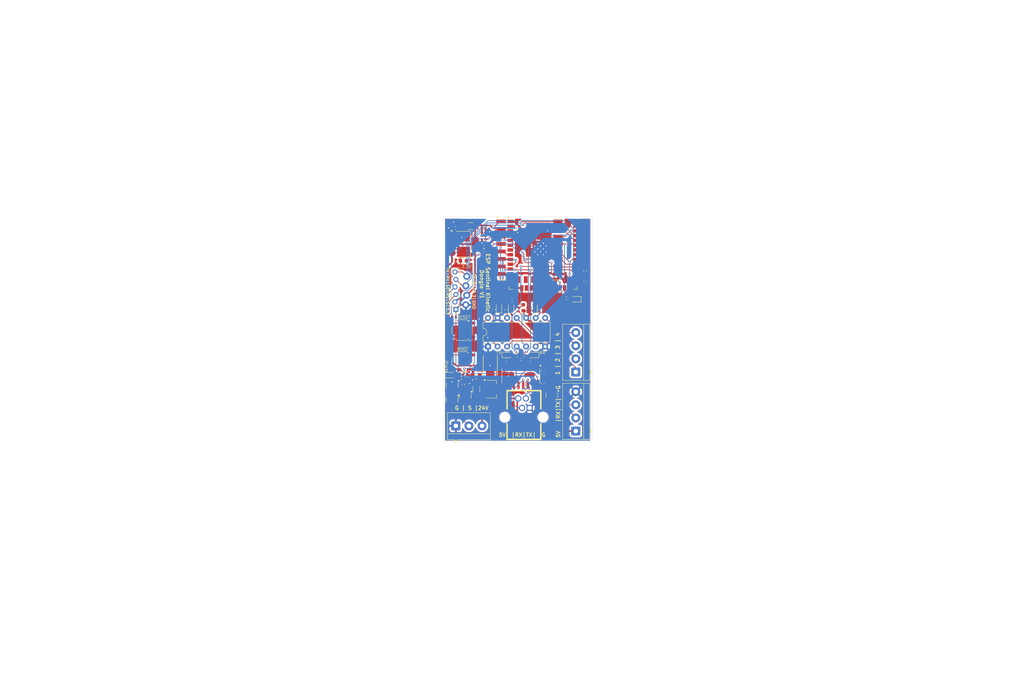
<source format=kicad_pcb>
(kicad_pcb (version 20241229) (generator "pcbnew") (generator_version "9.0")
  (layers (0 "F.Cu" signal) (2 "B.Cu" signal) (13 "F.Paste" user) (15 "B.Paste" user) (5 "F.SilkS" user "F.Silkscreen") (7 "B.SilkS" user "B.Silkscreen") (1 "F.Mask" user) (3 "B.Mask" user) (25 "Edge.Cuts" user))
  (net 0 "")
  (net 1 "GND")
  (net 2 "+5V")
  (net 3 "+3.3V")
  (net 4 "/RST")
  (net 5 "Net-(U3-C1+)")
  (net 6 "Net-(U3-C1-)")
  (net 7 "Net-(U3-C2-)")
  (net 8 "Net-(U3-C2+)")
  (net 9 "Net-(U3-VS-)")
  (net 10 "Net-(U3-VS+)")
  (net 11 "Net-(D3-A)")
  (net 12 "Net-(D7-A)")
  (net 13 "Net-(D8-A)")
  (net 14 "Net-(D4-A)")
  (net 15 "Net-(D5-A)")
  (net 16 "Net-(D6-A)")
  (net 17 "/SH_1")
  (net 18 "/SH_2")
  (net 19 "/ALT_TX")
  (net 20 "/RX")
  (net 21 "/TX")
  (net 22 "/RS232_TX")
  (net 23 "/RS232_RX")
  (net 24 "/GPIO0")
  (net 25 "/SL_1")
  (net 26 "/ALT_RX")
  (net 27 "Net-(D9-A)")
  (net 28 "Net-(D10-A)")
  (net 32 "/LED")
  (net 40 "VCC")
  (net 41 "+10V")
  (net 42 "/10V_PWM")
  (net 43 "Net-(J6-Pin_1)")
  (net 44 "Net-(J6-Pin_2)")
  (net 45 "Net-(Q1-C)")
  (net 46 "/PWM")
  (net 47 "Net-(D11-A)")
  (net 48 "Net-(J6-Pin_3)")
  (net 53 "Net-(J6-Pin_4)")
  (net 54 "/OUT1")
  (net 55 "/OUT2")
  (net 56 "/OUT3")
  (net 57 "/OUT4")
  (net 71 "Net-(Q1-B)")
  (footprint "Capacitor_SMD:C_0402_1005Metric" (layer "F.Cu") (at 153.4 107.9 180)
    (property "Reference" "C8" (hide yes))
    (property "Value" "100n")
  )
  (footprint "Package_TO_SOT_SMD:SOT-23" (layer "F.Cu") (at 132.45 118.6 -90)
    (property "Reference" "Q3" (hide yes))
    (property "Value" "AO3400A")
  )
  (footprint "TerminalBlock_4Ucon:TerminalBlock_4Ucon_1x04_P3.50mm_Horizontal" (layer "F.Cu") (at 165.5 126.9 90)
    (property "Reference" "J2" (hide yes))
    (property "Value" "Screw_Terminal_01x04")
  )
  (footprint "Package_TO_SOT_SMD:SOT-23" (layer "F.Cu") (at 132.55 114.6875 -90)
    (property "Reference" "Q1" (hide yes))
    (property "Value" "SS8050")
  )
  (footprint "lib:PinHeader_1x06_P2.00mm_Vertical_locking" (layer "F.Cu") (at 133.4 94.4673 180)
    (property "Reference" "J3" (hide yes))
    (property "Value" "Conn_01x06_Pin")
  )
  (footprint "Package_TO_SOT_SMD:SOT-223-3_TabPin2" (layer "F.Cu") (at 135.5 77.05)
    (property "Reference" "U1" (hide yes))
    (property "Value" "AMS1117-3.3")
  )
  (footprint "Capacitor_SMD:C_0402_1005Metric" (layer "F.Cu") (at 150.9 107.8 180)
    (property "Reference" "C9" (hide yes))
    (property "Value" "100n")
  )
  (footprint "LED_SMD:LED_0603_1608Metric" (layer "F.Cu") (at 145 93.9375 90)
    (property "Reference" "D11" (hide yes))
    (property "Value" "LED")
  )
  (footprint "LED_SMD:LED_0603_1608Metric" (layer "F.Cu") (at 132.1125 112)
    (property "Reference" "D7" (hide yes))
    (property "Value" "LED")
  )
  (footprint "Capacitor_SMD:C_0805_2012Metric" (layer "F.Cu") (at 138.95 112.25 180)
    (property "Reference" "C14" (hide yes))
    (property "Value" "22uF")
  )
  (footprint "Package_DIP:DIP-14_W7.62mm" (layer "F.Cu") (at 142.1 104.35 90)
    (property "Reference" "U6" (hide yes))
    (property "Value" "74AHCT125")
  )
  (footprint "Capacitor_SMD:C_0402_1005Metric" (layer "F.Cu") (at 136.5 112.5 90)
    (property "Reference" "C15" (hide yes))
    (property "Value" "100n" (hide yes))
  )
  (footprint "Resistor_SMD:R_0402_1005Metric" (layer "F.Cu") (at 162.99 91.5 180)
    (property "Reference" "R8" (hide yes))
    (property "Value" "1K")
  )
  (footprint "Capacitor_SMD:C_0402_1005Metric" (layer "F.Cu") (at 140.95 75.8 180)
    (property "Reference" "C5" (hide yes))
    (property "Value" "100n")
  )
  (footprint "Resistor_SMD:R_0402_1005Metric" (layer "F.Cu") (at 168 84.24 90)
    (property "Reference" "R5" (hide yes))
    (property "Value" "10K")
  )
  (footprint "lib:ESP32-WROOM-32" (layer "F.Cu") (at 156.785 79.24)
    (property "Reference" "U4" (hide yes))
    (property "Value" "ESP32-WROOM-32")
  )
  (footprint "Capacitor_SMD:C_0402_1005Metric" (layer "F.Cu") (at 133.43 72.7 180)
    (property "Reference" "C2" (hide yes))
    (property "Value" "1u")
  )
  (footprint "Resistor_SMD:R_0402_1005Metric" (layer "F.Cu") (at 143.75 94.5 -90)
    (property "Reference" "R18" (hide yes))
    (property "Value" "1K")
  )
  (footprint "LED_SMD:LED_0603_1608Metric" (layer "F.Cu") (at 148.25 94 90)
    (property "Reference" "D10" (hide yes))
    (property "Value" "LED")
  )
  (footprint "LED_SMD:LED_0603_1608Metric" (layer "F.Cu") (at 135.5375 81.5)
    (property "Reference" "D3" (hide yes))
    (property "Value" "LED")
  )
  (footprint "Capacitor_SMD:C_0402_1005Metric" (layer "F.Cu") (at 156.7 110.9 90)
    (property "Reference" "C11" (hide yes))
    (property "Value" "100n")
  )
  (footprint "Capacitor_SMD:C_1206_3216Metric" (layer "F.Cu") (at 137.475 72.25 180)
    (property "Reference" "C12" (hide yes))
    (property "Value" "100uF")
  )
  (footprint "Package_TO_SOT_SMD:SOT-89-3" (layer "F.Cu") (at 143 115.75)
    (property "Reference" "U5" (hide yes))
    (property "Value" "L78L10_SOT89")
  )
  (footprint "Capacitor_SMD:C_0402_1005Metric" (layer "F.Cu") (at 156.7 114.2 90)
    (property "Reference" "C7" (hide yes))
    (property "Value" "100n")
  )
  (footprint "Resistor_SMD:R_0402_1005Metric" (layer "F.Cu") (at 133.01 96.5 180)
    (property "Reference" "R3" (hide yes))
    (property "Value" "10K")
  )
  (footprint "LED_SMD:LED_0603_1608Metric" (layer "F.Cu") (at 154.5 93.9625 90)
    (property "Reference" "D8" (hide yes))
    (property "Value" "LED")
  )
  (footprint "Resistor_SMD:R_0402_1005Metric" (layer "F.Cu") (at 138.01 81.25)
    (property "Reference" "R7" (hide yes))
    (property "Value" "1K")
  )
  (footprint "Resistor_SMD:R_0402_1005Metric" (layer "F.Cu") (at 147 94.55 -90)
    (property "Reference" "R17" (hide yes))
    (property "Value" "1K")
  )
  (footprint "Resistor_SMD:R_0402_1005Metric" (layer "F.Cu") (at 150.25 94.5 -90)
    (property "Reference" "R13" (hide yes))
    (property "Value" "1K")
  )
  (footprint "Resistor_SMD:R_0402_1005Metric" (layer "F.Cu") (at 155.75 94.51 -90)
    (property "Reference" "R12" (hide yes))
    (property "Value" "1K")
  )
  (footprint "lib:RJ9-TH-623K-4P4CGRAYBOUNDLESS" (layer "F.Cu") (at 151.67 119.47)
    (property "Reference" "J4" (hide yes))
    (property "Value" "RJ9")
  )
  (footprint "Resistor_SMD:R_0402_1005Metric" (layer "F.Cu") (at 135 111.75)
    (property "Reference" "R11" (hide yes))
    (property "Value" "1K")
  )
  (footprint "Resistor_SMD:R_0402_1005Metric" (layer "F.Cu") (at 135 112.75)
    (property "Reference" "R14" (hide yes))
    (property "Value" "1K")
  )
  (footprint "Resistor_SMD:R_0402_1005Metric" (layer "F.Cu") (at 141.01 78.75)
    (property "Reference" "R1" (hide yes))
    (property "Value" "10K")
  )
  (footprint "Resistor_SMD:R_0402_1005Metric" (layer "F.Cu") (at 148.5 92 180)
    (property "Reference" "R6" (hide yes))
    (property "Value" "10K")
  )
  (footprint "Button_Switch_SMD:SW_Push_1P1T_XKB_TS-1187A" (layer "F.Cu") (at 135.2 108.475)
    (property "Reference" "SW2" (hide yes))
    (property "Value" "SW_Push")
  )
  (footprint "Capacitor_SMD:C_0402_1005Metric" (layer "F.Cu") (at 132.98 81.15)
    (property "Reference" "C1" (hide yes))
    (property "Value" "1u")
  )
  (footprint "Resistor_SMD:R_0402_1005Metric" (layer "F.Cu") (at 140.95 74.8)
    (property "Reference" "R4" (hide yes))
    (property "Value" "10K")
  )
  (footprint "lib:ESP-12E" (layer "F.Cu") (at 153.15 74.51)
    (property "Reference" "U2" (hide yes))
    (property "Value" "ESP-12E")
  )
  (footprint "LED_SMD:LED_0603_1608Metric" (layer "F.Cu") (at 165.4625 91.75 180)
    (property "Reference" "D4" (hide yes))
    (property "Value" "LED")
  )
  (footprint "LED_SMD:LED_0603_1608Metric" (layer "F.Cu") (at 147.3125 106.6)
    (property "Reference" "D6" (hide yes))
    (property "Value" "LED")
  )
  (footprint "Resistor_SMD:R_0402_1005Metric" (layer "F.Cu") (at 151.7 106.7 180)
    (property "Reference" "R9" (hide yes))
    (property "Value" "1K")
  )
  (footprint "Package_TO_SOT_SMD:SOT-23" (layer "F.Cu") (at 136 117.6 -90)
    (property "Reference" "Q2" (hide yes))
    (property "Value" "AO3401A")
  )
  (footprint "Capacitor_SMD:C_0402_1005Metric" (layer "F.Cu") (at 146.98 107.9 180)
    (property "Reference" "C10" (hide yes))
    (property "Value" "100n")
  )
  (footprint "SparkFun-Connector:1x04_Locking" (layer "F.Cu") (at 136.3 93.2473 90)
    (property "Reference" "J1" (hide yes))
    (property "Value" "Conn_01x04")
  )
  (footprint "Capacitor_SMD:C_0402_1005Metric" (layer "F.Cu") (at 140.95 72.8)
    (property "Reference" "C4" (hide yes))
    (property "Value" "10u")
  )
  (footprint "Resistor_SMD:R_0402_1005Metric" (layer "F.Cu") (at 141.01 77.75)
    (property "Reference" "R2" (hide yes))
    (property "Value" "10K")
  )
  (footprint "LED_SMD:LED_0603_1608Metric" (layer "F.Cu") (at 151.5 94 90)
    (property "Reference" "D9" (hide yes))
    (property "Value" "LED")
  )
  (footprint "SparkFun-Aesthetic:Creative_Commons_License" (layer "F.Cu") (at 230.2 179.1)
    (property "Reference" "G1" (hide yes))
    (property "Value" "OSHW_Logo" (hide yes))
  )
  (footprint "Capacitor_SMD:C_1206_3216Metric" (layer "F.Cu") (at 139 115.725 90)
    (property "Reference" "C13" (hide yes))
    (property "Value" "10u")
  )
  (footprint "lib:SMB_L4.6-W3.6-LS5.3-BI" (layer "F.Cu") (at 142.7 109.34 -90)
    (property "Reference" "D2" (hide yes))
    (property "Value" "P6SMB6.8CA-C78395")
  )
  (footprint "Button_Switch_SMD:SW_Push_1P1T_XKB_TS-1187A" (layer "F.Cu") (at 135.2 100)
    (property "Reference" "SW4" (hide yes))
    (property "Value" "SW_Push")
  )
  (footprint "Resistor_SMD:R_0402_1005Metric" (layer "F.Cu") (at 149.8 106.7)
    (property "Reference" "R10" (hide yes))
    (property "Value" "1K")
  )
  (footprint "Capacitor_SMD:C_0402_1005Metric" (layer "F.Cu") (at 168 86.98 90)
    (property "Reference" "C6" (hide yes))
    (property "Value" "100n")
  )
  (footprint "Capacitor_SMD:C_0402_1005Metric" (layer "F.Cu") (at 140.95 73.8)
    (property "Reference" "C3" (hide yes))
    (property "Value" "100n")
  )
  (footprint "LED_SMD:LED_0603_1608Metric" (layer "F.Cu") (at 154.1875 106.6 180)
    (property "Reference" "D5" (hide yes))
    (property "Value" "LED")
  )
  (footprint "Package_TO_SOT_SMD:SOT-23" (layer "F.Cu") (at 159.1 117.3625 -90)
    (property "Reference" "D1" (hide yes))
    (property "Value" "PSM712-LF-T7")
  )
  (footprint "TerminalBlock_4Ucon:TerminalBlock_4Ucon_1x03_P3.50mm_Horizontal" (layer "F.Cu") (at 133.5 125.5175)
    (property "Reference" "J5" (hide yes))
    (property "Value" "Screw_Terminal_01x03")
  )
  (footprint "Resistor_SMD:R_0402_1005Metric" (layer "F.Cu") (at 135.5 114.5 -90)
    (property "Reference" "R16" (hide yes))
    (property "Value" "1K")
  )
  (footprint "Package_SO:SOP-16_3.9x9.9mm_P1.27mm" (layer "F.Cu") (at 150.855 112.2 -90)
    (property "Reference" "U3" (hide yes))
    (property "Value" "MAX3232")
  )
  (footprint "TerminalBlock_4Ucon:TerminalBlock_4Ucon_1x04_P3.50mm_Horizontal" (layer "F.Cu") (at 165.5 111.15 90)
    (property "Reference" "J6" (hide yes))
    (property "Value" "Screw_Terminal_01x04")
  )
  (gr_rect (start 130.15 69.8) (end 169.85 129.95) (stroke (width 0.05)) (fill no) (layer "Edge.Cuts"))
  (gr_text "G | S |24V" (at 137.75 120.75 0) (layer "F.SilkS") (effects (font (size 1 1) (thickness 0.2) (bold yes))))
  (gr_text "TX|RX|G0|RS|G|3.3" (at 130.873 83.1673 270) (layer "F.SilkS") (effects (font (size 0.8 0.8) (thickness 0.15) (bold yes)) (justify left bottom)))
  (gr_text "1 | 2 | 3 | 4" (at 161.25 106.25 90) (layer "F.SilkS") (effects (font (size 1 1) (thickness 0.2) (bold yes)) (justify bottom)))
  (gr_text "TX" (at 144.25 106.5 0) (layer "F.SilkS") (effects (font (size 0.8 0.8) (thickness 0.1)) (justify left bottom)))
  (gr_text "TX|RX|3.3|GND" (at 137.873 84.7673 270) (layer "F.SilkS") (effects (font (size 0.8 0.8) (thickness 0.15) (bold yes)) (justify left bottom)))
  (gr_text "5V   |RX|TX|   G" (at 161.4 121.7 90) (layer "F.SilkS") (effects (font (size 1 1) (thickness 0.2) (bold yes)) (justify bottom)))
  (gr_text "ESP Sentinel Kinetic \nDongle V1" (at 141.25 87.75 270) (layer "F.SilkS") (effects (font (size 1 1) (thickness 0.2) (bold yes))))
  (gr_text "RESET" (at 133.75 97 0) (layer "F.SilkS") (effects (font (size 0.8 0.8) (thickness 0.1)) (justify left bottom)))
  (gr_text "PWM" (at 130.25 108 270) (layer "F.SilkS") (effects (font (size 1 1) (thickness 0.1)) (justify left bottom)))
  (gr_text "3.3V" (at 135 83.5 0) (layer "F.SilkS") (effects (font (size 0.8 0.8) (thickness 0.1)) (justify left bottom)))
  (gr_text "RX" (at 155.75 106.5 0) (layer "F.SilkS") (effects (font (size 0.8 0.8) (thickness 0.1)) (justify left bottom)))
  (gr_text "5V  |RX|TX|  G" (at 151.2 128.5 0) (layer "F.SilkS") (effects (font (size 1 1) (thickness 0.2) (bold yes)) (justify bottom)))
  (gr_text "BOOT" (at 133.75 105.5 0) (layer "F.SilkS") (effects (font (size 0.8 0.8) (thickness 0.1)) (justify left bottom)))
  (segment (start 151.5 94.7875) (end 151.5 95.429429) (width 0.2) (layer "F.Cu") (net 1))
  (segment (start 131.325 111.225) (end 132.2 110.35) (width 0.2) (layer "F.Cu") (net 1))
  (segment (start 148 98.5) (end 146.41 98.5) (width 0.2) (layer "F.Cu") (net 1))
  (segment (start 131.325 112) (end 131.325 113.475) (width 0.2) (layer "F.Cu") (net 1))
  (segment (start 131.325 112) (end 131.325 111.225) (width 0.2) (layer "F.Cu") (net 1))
  (segment (start 146.41 98.5) (end 144.64 96.73) (width 0.2) (layer "F.Cu") (net 1))
  (segment (start 151.800182 96.227497) (end 151.77884 96.24884) (width 0.2) (layer "F.Cu") (net 1))
  (segment (start 148.5 98) (end 148 98.5) (width 0.2) (layer "F.Cu") (net 1))
  (segment (start 134.4 81.15) (end 134.75 81.5) (width 0.2) (layer "F.Cu") (net 1))
  (segment (start 145.25 94.725) (end 145.25 96.12) (width 0.2) (layer "F.Cu") (net 1))
  (segment (start 151.77884 96.24884) (end 152.26 96.73) (width 0.2) (layer "F.Cu") (net 1))
  (segment (start 133.46 81.15) (end 134.4 81.15) (width 0.2) (layer "F.Cu") (net 1))
  (segment (start 148.1 94.8) (end 148.5 95.2) (width 0.2) (layer "F.Cu") (net 1))
  (segment (start 131.325 113.475) (end 131.6 113.75) (width 0.2) (layer "F.Cu") (net 1))
  (segment (start 145.25 96.12) (end 144.64 96.73) (width 0.2) (layer "F.Cu") (net 1))
  (segment (start 151.5 95.429429) (end 151.800182 95.729611) (width 0.2) (layer "F.Cu") (net 1))
  (segment (start 148.5 95.2) (end 148.5 98) (width 0.2) (layer "F.Cu") (net 1))
  (segment (start 138 113.25) (end 139 114.25) (width 0.2) (layer "F.Cu") (net 1))
  (segment (start 151.800182 95.729611) (end 151.800182 96.227497) (width 0.2) (layer "F.Cu") (net 1))
  (via (at 138 113.25) (size 0.6) (drill 0.3) (layers "F.Cu" "B.Cu") (net 1))
  (via (at 158 73.5) (size 0.6) (drill 0.3) (layers "F.Cu" "B.Cu") (net 1))
  (via (at 142.5 73.75) (size 0.6) (drill 0.3) (layers "F.Cu" "B.Cu") (net 1))
  (via (at 133.75 78) (size 0.6) (drill 0.3) (layers "F.Cu" "B.Cu") (net 1))
  (via (at 142.6 109.4) (size 0.6) (drill 0.3) (layers "F.Cu" "B.Cu") (net 1))
  (via (at 137 97.5) (size 0.6) (drill 0.3) (layers "F.Cu" "B.Cu") (net 1))
  (via (at 154 112.8) (size 0.6) (drill 0.3) (layers "F.Cu" "B.Cu") (net 1))
  (via (at 137.2 114.2) (size 0.6) (drill 0.3) (layers "F.Cu" "B.Cu") (net 1))
  (via (at 132.9 71.2) (size 0.6) (drill 0.3) (layers "F.Cu" "B.Cu") (net 1))
  (via (at 140.5 76.75) (size 0.6) (drill 0.3) (layers "F.Cu" "B.Cu") (net 1))
  (via (at 135.1 75.25) (size 0.6) (drill 0.3) (layers "F.Cu" "B.Cu") (net 1))
  (via (at 139.75 97) (size 0.6) (drill 0.3) (layers "F.Cu" "B.Cu") (net 1))
  (via (at 137.25 102.75) (size 0.6) (drill 0.3) (layers "F.Cu" "B.Cu") (net 1))
  (via (at 133.75 110.75) (size 0.6) (drill 0.3) (layers "F.Cu" "B.Cu") (net 1))
  (via (at 131.65 72.75) (size 0.6) (drill 0.3) (layers "F.Cu" "B.Cu") (net 1))
  (via (at 147.6 112.2) (size 0.6) (drill 0.3) (layers "F.Cu" "B.Cu") (net 1))
  (via (at 150 74) (size 0.6) (drill 0.3) (layers "F.Cu" "B.Cu") (net 1))
  (via (at 142 102) (size 0.6) (drill 0.3) (layers "F.Cu" "B.Cu") (net 1))
  (via (at 132.5 113.75) (size 0.6) (drill 0.3) (layers "F.Cu" "B.Cu") (net 1))
  (segment (start 140.219 109.449) (end 142.7 111.93) (width 0.4) (layer "F.Cu") (net 2))
  (segment (start 132.35 79.35) (end 132.35 80.33) (width 0.4) (layer "F.Cu") (net 2))
  (segment (start 133.599 109.449) (end 139.001 109.449) (width 0.4) (layer "F.Cu") (net 2))
  (segment (start 145.709 115.782388) (end 148.126612 118.2) (width 0.4) (layer "F.Cu") (net 2))
  (segment (start 149.909 122.659) (end 154.15 126.9) (width 0.4) (layer "F.Cu") (net 2))
  (segment (start 132.5 80.48) (end 132.5 81.82) (width 0.4) (layer "F.Cu") (net 2))
  (segment (start 142.7 111.93) (end 145.709 114.939) (width 0.4) (layer "F.Cu") (net 2))
  (segment (start 142.7 112.2) (end 142.7 112.58) (width 0.4) (layer "F.Cu") (net 2))
  (segment (start 145.709 114.939) (end 145.709 115.782388) (width 0.4) (layer "F.Cu") (net 2))
  (segment (start 154.15 126.9) (end 165.5 126.9) (width 0.4) (layer "F.Cu") (net 2))
  (segment (start 139.001 109.449) (end 140.219 109.449) (width 0.4) (layer "F.Cu") (net 2))
  (segment (start 150.14 118.2) (end 149.909 118.431) (width 0.4) (layer "F.Cu") (net 2))
  (segment (start 139.85 98.98) (end 139.85 109.349) (width 0.2) (layer "F.Cu") (net 2))
  (segment (start 132.5 81.82) (end 130.851 83.469) (width 0.4) (layer "F.Cu") (net 2))
  (segment (start 149.909 118.431) (end 149.909 122.659) (width 0.4) (layer "F.Cu") (net 2))
  (segment (start 142.1 96.73) (end 139.85 98.98) (width 0.2) (layer "F.Cu") (net 2))
  (segment (start 130.851 83.469) (end 130.851 106.701) (width 0.4) (layer "F.Cu") (net 2))
  (segment (start 130.851 106.701) (end 133.599 109.449) (width 0.4) (layer "F.Cu") (net 2))
  (segment (start 148.126612 118.2) (end 150.14 118.2) (width 0.4) (layer "F.Cu") (net 2))
  (segment (start 139.75 109.449) (end 139.001 109.449) (width 0.2) (layer "F.Cu") (net 2))
  (segment (start 132.35 80.33) (end 132.5 80.48) (width 0.4) (layer "F.Cu") (net 2))
  (segment (start 139.85 109.349) (end 139.75 109.449) (width 0.2) (layer "F.Cu") (net 2))
  (segment (start 139.15 72.05) (end 138.95 72.25) (width 0.4) (layer "F.Cu") (net 3))
  (segment (start 140.45 72.3) (end 140.44 72.31) (width 0.4) (layer "F.Cu") (net 3))
  (segment (start 135.39842 70.949) (end 136.60158 70.949) (width 0.4) (layer "F.Cu") (net 3))
  (segment (start 136.60258 70.95) (end 137.65 70.95) (width 0.4) (layer "F.Cu") (net 3))
  (segment (start 148.145 72.15) (end 148.035 72.26) (width 0.4) (layer "F.Cu") (net 3))
  (segment (start 133.91 72.7) (end 133.91 72.43742) (width 0.4) (layer "F.Cu") (net 3))
  (segment (start 140.45 72.05) (end 139.15 72.05) (width 0.4) (layer "F.Cu") (net 3))
  (segment (start 138.65 85) (end 138.65 88.4843) (width 0.4) (layer "F.Cu") (net 3))
  (segment (start 140.5 77.75) (end 139.35 77.75) (width 0.2) (layer "F.Cu") (net 3))
  (segment (start 156.7 114.68) (end 155.32 114.68) (width 0.2) (layer "F.Cu") (net 3))
  (segment (start 148.8 72.15) (end 148.145 72.15) (width 0.4) (layer "F.Cu") (net 3))
  (segment (start 138.65 77.05) (end 138.65 72.55) (width 0.4) (layer "F.Cu") (net 3))
  (segment (start 139.35 77.75) (end 138.65 77.05) (width 0.2) (layer "F.Cu") (net 3))
  (segment (start 138.65 88.4843) (end 136.427 90.7073) (width 0.4) (layer "F.Cu") (net 3))
  (segment (start 136.60158 70.949) (end 136.60258 70.95) (width 0.4) (layer "F.Cu") (net 3))
  (segment (start 143.313064 72.75) (end 142.613064 72.05) (width 0.4) (layer "F.Cu") (net 3))
  (segment (start 138.65 77.05) (end 138.65 85) (width 0.4) (layer "F.Cu") (net 3))
  (segment (start 138.65 72.55) (end 138.95 72.25) (width 0.4) (layer "F.Cu") (net 3))
  (segment (start 132.35 77.05) (end 138.65 77.05) (width 0.4) (layer "F.Cu") (net 3))
  (segment (start 143.399 72.75) (end 143.313064 72.75) (width 0.4) (layer "F.Cu") (net 3))
  (segment (start 133.52 94.4743) (end 133.527 94.4673) (width 0.2) (layer "F.Cu") (net 3))
  (segment (start 149.4 72.75) (end 148.8 72.15) (width 0.4) (layer "F.Cu") (net 3))
  (segment (start 138.66 85.01) (end 138.65 85) (width 0.4) (layer "F.Cu") (net 3))
  (segment (start 140.45 72.05) (end 140.45 72.3) (width 0.4) (layer "F.Cu") (net 3))
  (segment (start 155.32 114.68) (end 155.3 114.7) (width 0.2) (layer "F.Cu") (net 3))
  (segment (start 133.91 72.43742) (end 135.39842 70.949) (width 0.4) (layer "F.Cu") (net 3))
  (segment (start 155.3 112.55) (end 155.3 114.7) (width 0.2) (layer "F.Cu") (net 3))
  (segment (start 140.44 72.31) (end 140.44 74.8) (width 0.4) (layer "F.Cu") (net 3))
  (segment (start 142.613064 72.05) (end 140.45 72.05) (width 0.4) (layer "F.Cu") (net 3))
  (segment (start 140.5 78.75) (end 140.5 77.75) (width 0.2) (layer "F.Cu") (net 3))
  (segment (start 145.55 85.01) (end 138.66 85.01) (width 0.4) (layer "F.Cu") (net 3))
  (segment (start 133.52 96.5) (end 133.52 94.4743) (width 0.2) (layer "F.Cu") (net 3))
  (segment (start 137.65 70.95) (end 138.95 72.25) (width 0.4) (layer "F.Cu") (net 3))
  (segment (start 155.25 112.5) (end 155.3 112.55) (width 0.2) (layer "F.Cu") (net 3))
  (via (at 143.399 72.75) (size 0.6) (drill 0.3) (layers "F.Cu" "B.Cu") (net 3))
  (via (at 149.4 72.75) (size 0.6) (drill 0.3) (layers "F.Cu" "B.Cu") (net 3))
  (via (at 155.25 112.5) (size 0.6) (drill 0.3) (layers "F.Cu" "B.Cu") (net 3))
  (segment (start 133.527 94.4673) (end 133.527 109.277) (width 0.2) (layer "B.Cu") (net 3))
  (segment (start 143.399 72.75) (end 149.4 72.75) (width 0.4) (layer "B.Cu") (net 3))
  (segment (start 135.75 111.5) (end 154.25 111.5) (width 0.2) (layer "B.Cu") (net 3))
  (segment (start 154.25 111.5) (end 155.25 112.5) (width 0.2) (layer "B.Cu") (net 3))
  (segment (start 133.527 109.277) (end 135.75 111.5) (width 0.2) (layer "B.Cu") (net 3))
  (segment (start 136.427 90.7073) (end 134.8322 92.3021) (width 0.4) (layer "B.Cu") (net 3))
  (segment (start 134.8322 92.3021) (end 134.8322 93.1621) (width 0.4) (layer "B.Cu") (net 3))
  (segment (start 134.8322 93.1621) (end 133.527 94.4673) (width 0.4) (layer "B.Cu") (net 3))
  (segment (start 143.999 73.811) (end 147.754 73.811) (width 0.2) (layer "F.Cu") (net 4))
  (segment (start 132.2 98.125) (end 138.2 98.125) (width 0.2) (layer "F.Cu") (net 4))
  (segment (start 145.198 71.01) (end 143.999 72.209) (width 0.2) (layer "F.Cu") (net 4))
  (segment (start 141.43 74.83) (end 141.46 74.8) (width 0.2) (layer "F.Cu") (net 4))
  (segment (start 141.43 75.8) (end 142.01 75.8) (width 0.2) (layer "F.Cu") (net 4))
  (segment (start 133.527 90.4673) (end 131.753 92.2413) (width 0.2) (layer "F.Cu") (net 4))
  (segment (start 141.42 75.79) (end 141.43 75.8) (width 0.2) (layer "F.Cu") (net 4))
  (segment (start 142.01 75.8) (end 142.155 75.655) (width 0.2) (layer "F.Cu") (net 4))
  (segment (start 141.43 75.8) (end 141.43 74.83) (width 0.2) (layer "F.Cu") (net 4))
  (segment (start 131.753 97.678) (end 132.2 98.125) (width 0.2) (layer "F.Cu") (net 4))
  (segment (start 147.754 73.811) (end 148.035 73.53) (width 0.2) (layer "F.Cu") (net 4))
  (segment (start 143.999 72.209) (end 143.999 73.811) (width 0.2) (layer "F.Cu") (net 4))
  (segment (start 145.55 71.01) (end 145.198 71.01) (width 0.2) (layer "F.Cu") (net 4))
  (segment (start 142.155 75.655) (end 143.999 73.811) (width 0.2) (layer "F.Cu") (net 4))
  (segment (start 131.753 92.2413) (end 131.753 97.678) (width 0.2) (layer "F.Cu") (net 4))
  (via (at 142.155 75.655) (size 0.6) (drill 0.3) (layers "F.Cu" "B.Cu") (net 4))
  (segment (start 138.9342 75.65) (end 142.15 75.65) (width 0.2) (layer "B.Cu") (net 4))
  (segment (start 137.229 84.05) (end 137.229 77.3552) (width 0.2) (layer "B.Cu") (net 4))
  (segment (start 134.5862 89.4081) (end 136.686957 89.4081) (width 0.2) (layer "B.Cu") (net 4))
  (segment (start 138.0688 88.026257) (end 138.0688 84.8898) (width 0.2) (layer "B.Cu") (net 4))
  (segment (start 142.15 75.65) (end 142.155 75.655) (width 0.2) (layer "B.Cu") (net 4))
  (segment (start 136.686957 89.4081) (end 138.0688 88.026257) (width 0.2) (layer "B.Cu") (net 4))
  (segment (start 133.527 90.4673) (end 134.5862 89.4081) (width 0.2) (layer "B.Cu") (net 4))
  (segment (start 138.0688 84.8898) (end 137.229 84.05) (width 0.2) (layer "B.Cu") (net 4))
  (segment (start 137.229 77.3552) (end 138.9342 75.65) (width 0.2) (layer "B.Cu") (net 4))
  (segment (start 153.88 107.8) (end 155.3 109.22) (width 0.2) (layer "F.Cu") (net 5))
  (segment (start 155.3 109.22) (end 155.3 109.7) (width 0.2) (layer "F.Cu") (net 5))
  (segment (start 152.92 107.8) (end 152.92 109.54) (width 0.2) (layer "F.Cu") (net 6))
  (segment (start 152.92 109.54) (end 152.76 109.7) (width 0.2) (layer "F.Cu") (net 6))
  (segment (start 150.42 109.5) (end 150.22 109.7) (width 0.2) (layer "F.Cu") (net 7))
  (segment (start 150.42 107.8) (end 150.42 109.5) (width 0.2) (layer "F.Cu") (net 7))
  (segment (start 151.38 107.8) (end 151.38 109.59) (width 0.2) (layer "F.Cu") (net 8))
  (segment (start 151.38 109.59) (end 151.49 109.7) (width 0.2) (layer "F.Cu") (net 8))
  (segment (start 147.46 107.9) (end 148.18 107.9) (width 0.2) (layer "F.Cu") (net 9))
  (segment (start 148.95 108.67) (end 148.95 109.7) (width 0.2) (layer "F.Cu") (net 9))
  (segment (start 148.18 107.9) (end 148.95 108.67) (width 0.2) (layer "F.Cu") (net 9))
  (segment (start 155.338032 111.38) (end 154.03 110.071968) (width 0.2) (layer "F.Cu") (net 10))
  (segment (start 154.03 110.071968) (end 154.03 109.7) (width 0.2) (layer "F.Cu") (net 10))
  (segment (start 156.7 111.38) (end 155.338032 111.38) (width 0.2) (layer "F.Cu") (net 10))
  (segment (start 136.575 81.25) (end 136.325 81.5) (width 0.2) (layer "F.Cu") (net 11))
  (segment (start 137.5 81.25) (end 136.575 81.25) (width 0.2) (layer "F.Cu") (net 11))
  (segment (start 132.9 112) (end 134.24 112) (width 0.2) (layer "F.Cu") (net 12))
  (segment (start 134.24 112) (end 134.49 111.75) (width 0.2) (layer "F.Cu") (net 12))
  (segment (start 155.325 94) (end 154.5 93.175) (width 0.2) (layer "F.Cu") (net 13))
  (segment (start 155.75 94) (end 155.325 94) (width 0.2) (layer "F.Cu") (net 13))
  (segment (start 163.5 91.5) (end 164.425 91.5) (width 0.2) (layer "F.Cu") (net 14))
  (segment (start 164.425 91.5) (end 164.675 91.75) (width 0.2) (layer "F.Cu") (net 14))
  (segment (start 153.2 106.8) (end 153.4 106.6) (width 0.2) (layer "F.Cu") (net 15))
  (segment (start 152.21 106.8) (end 153.2 106.8) (width 0.2) (layer "F.Cu") (net 15))
  (segment (start 148.3 106.8) (end 148.1 106.6) (width 0.2) (layer "F.Cu") (net 16))
  (segment (start 149.29 106.8) (end 148.3 106.8) (width 0.2) (layer "F.Cu") (net 16))
  (segment (start 152.489 81.01) (end 160.75 81.01) (width 0.2) (layer "F.Cu") (net 17))
  (segment (start 143.75 77) (end 142 78.75) (width 0.2) (layer "F.Cu") (net 17))
  (segment (start 152.249 81.25) (end 152.489 81.01) (width 0.2) (layer "F.Cu") (net 17))
  (segment (start 142 78.75) (end 141.52 78.75) (width 0.2) (layer "F.Cu") (net 17))
  (segment (start 161.5 81.01) (end 162.91 82.42) (width 0.2) (layer "F.Cu") (net 17))
  (segment (start 160.75 81.01) (end 161.5 81.01) (width 0.2) (layer "F.Cu") (net 17))
  (segment (start 162.91 82.42) (end 165.535 82.42) (width 0.2) (layer "F.Cu") (net 17))
  (via (at 152.249 81.25) (size 0.6) (drill 0.3) (layers "F.Cu" "B.Cu") (net 17))
  (via (at 143.75 77) (size 0.6) (drill 0.3) (layers "F.Cu" "B.Cu") (net 17))
  (segment (start 147.999 77) (end 152.249 81.25) (width 0.2) (layer "B.Cu") (net 17))
  (segment (start 143.75 77) (end 147.999 77) (width 0.2) (layer "B.Cu") (net 17))
  (segment (start 144.74 75.01) (end 145.55 75.01) (width 0.2) (layer "F.Cu") (net 18))
  (segment (start 161.25 87.25) (end 161.25 88.735) (width 0.2) (layer "F.Cu") (net 18))
  (segment (start 145.55 75.01) (end 146.01 75.01) (width 0.2) (layer "F.Cu") (net 18))
  (segment (start 141.52 77.75) (end 142 77.75) (width 0.2) (layer "F.Cu") (net 18))
  (segment (start 151.648 81.498943) (end 152.149057 82) (width 0.2) (layer "F.Cu") (net 18))
  (segment (start 152.149057 82) (end 159 82) (width 0.2) (layer "F.Cu") (net 18))
  (segment (start 146.01 75.01) (end 146.5 75.5) (width 0.2) (layer "F.Cu") (net 18))
  (segment (start 146.5 75.5) (end 146.5 76) (width 0.2) (layer "F.Cu") (net 18))
  (segment (start 151.648 79.648) (end 151.648 81.498943) (width 0.2) (layer "F.Cu") (net 18))
  (segment (start 151.375 79.375) (end 151.648 79.648) (width 0.2) (layer "F.Cu") (net 18))
  (segment (start 142 77.75) (end 144.74 75.01) (width 0.2) (layer "F.Cu") (net 18))
  (segment (start 161.25 88.735) (end 161.235 88.75) (width 0.2) (layer "F.Cu") (net 18))
  (via (at 161.25 87.25) (size 0.6) (drill 0.3) (layers "F.Cu" "B.Cu") (net 18))
  (via (at 151.375 79.375) (size 0.6) (drill 0.3) (layers "F.Cu" "B.Cu") (net 18))
  (via (at 159 82) (size 0.6) (drill 0.3) (layers "F.Cu" "B.Cu") (net 18))
  (via (at 146.5 76) (size 0.6) (drill 0.3) (layers "F.Cu" "B.Cu") (net 18))
  (segment (start 148 76) (end 146.5 76) (width 0.2) (layer "B.Cu") (net 18))
  (segment (start 151.375 79.375) (end 148 76) (width 0.2) (layer "B.Cu") (net 18))
  (segment (start 159 85) (end 161.25 87.25) (width 0.2) (layer "B.Cu") (net 18))
  (segment (start 159 82) (end 159 85) (width 0.2) (layer "B.Cu") (net 18))
  (segment (start 149.619 107.491) (end 150.31 106.8) (width 0.2) (layer "F.Cu") (net 19))
  (segment (start 168 83.73) (end 165.575 83.73) (width 0.2) (layer "F.Cu") (net 19))
  (segment (start 164.55 83.15) (end 165.09 83.69) (width 0.2) (layer "F.Cu") (net 19))
  (segment (start 165.09 83.69) (end 165.535 83.69) (width 0.2) (layer "F.Cu") (net 19))
  (segment (start 149.465271 105.855271) (end 150.31 106.7) (width 0.2) (layer "F.Cu") (net 19))
  (segment (start 160.75 83.01) (end 160.89 83.15) (width 0.2) (layer "F.Cu") (net 19))
  (segment (start 165.575 83.73) (end 165.535 83.69) (width 0.2) (layer "F.Cu") (net 19))
  (segment (start 150.85 83) (end 160.74 83) (width 0.2) (layer "F.Cu") (net 19))
  (segment (start 160.89 83.15) (end 164.55 83.15) (width 0.2) (layer "F.Cu") (net 19))
  (segment (start 160.74 83) (end 160.75 83.01) (width 0.2) (layer "F.Cu") (net 19))
  (segment (start 149.465271 105.624802) (end 149.465271 105.855271) (width 0.2) (layer "F.Cu") (net 19))
  (segment (start 148.95 114.7) (end 149.619 114.031) (width 0.2) (layer "F.Cu") (net 19))
  (segment (start 149.619 114.031) (end 149.619 107.491) (width 0.2) (layer "F.Cu") (net 19))
  (via (at 150.85 83) (size 0.6) (drill 0.3) (layers "F.Cu" "B.Cu") (net 19))
  (via (at 149.465271 105.624802) (size 0.6) (drill 0.3) (layers "F.Cu" "B.Cu") (net 19))
  (segment (start 150.758 91.042) (end 150.85 90.95) (width 0.2) (layer "B.Cu") (net 19))
  (segment (start 149.291469 105.451) (end 149.26395 105.451) (width 0.2) (layer "B.Cu") (net 19))
  (segment (start 148.5 96.25) (end 150.758 93.992) (width 0.2) (layer "B.Cu") (net 19))
  (segment (start 150.758 93.992) (end 150.758 91.042) (width 0.2) (layer "B.Cu") (net 19))
  (segment (start 150.85 90.95) (end 150.85 83) (width 0.2) (layer "B.Cu") (net 19))
  (segment (start 148.5 104.68705) (end 148.5 96.25) (width 0.2) (layer "B.Cu") (net 19))
  (segment (start 149.465271 105.624802) (end 149.291469 105.451) (width 0.2) (layer "B.Cu") (net 19))
  (segment (start 149.26395 105.451) (end 148.5 104.68705) (width 0.2) (layer "B.Cu") (net 19))
  (segment (start 135.227 88.1673) (end 136.173 88.1673) (width 0.2) (layer "F.Cu") (net 20))
  (segment (start 165.12 76.07) (end 165.535 76.07) (width 0.2) (layer "F.Cu") (net 20))
  (segment (start 160.36 73.01) (end 160.75 73.01) (width 0.2) (layer "F.Cu") (net 20))
  (segment (start 158.751 71.401) (end 160.36 73.01) (width 0.2) (layer "F.Cu") (net 20))
  (segment (start 151.5 71.75) (end 151.849 71.401) (width 0.2) (layer "F.Cu") (net 20))
  (segment (start 151.5 72) (end 151.5 71.75) (width 0.2) (layer "F.Cu") (net 20))
  (segment (start 133.527 86.4673) (end 135.227 88.1673) (width 0.2) (layer "F.Cu") (net 20))
  (segment (start 151.849 71.401) (end 158.751 71.401) (width 0.2) (layer "F.Cu") (net 20))
  (segment (start 160.75 73.01) (end 162.06 73.01) (width 0.2) (layer "F.Cu") (net 20))
  (segment (start 162.06 73.01) (end 165.12 76.07) (width 0.2) (layer "F.Cu") (net 20))
  (via (at 151.5 72) (size 0.6) (drill 0.3) (layers "F.Cu" "B.Cu") (net 20))
  (segment (start 136.828 77.1891) (end 136.828 84.273543) (width 0.2) (layer "B.Cu") (net 20))
  (segment (start 142.0171 72) (end 136.828 77.1891) (width 0.2) (layer "B.Cu") (net 20))
  (segment (start 137.6678 86.141257) (end 136.173 87.636057) (width 0.2) (layer "B.Cu") (net 20))
  (segment (start 136.173 87.636057) (end 136.173 88.1673) (width 0.2) (layer "B.Cu") (net 20))
  (segment (start 151.5 72) (end 142.0171 72) (width 0.2) (layer "B.Cu") (net 20))
  (segment (start 136.828 84.273543) (end 137.6678 85.113343) (width 0.2) (layer "B.Cu") (net 20))
  (segment (start 137.6678 85.113343) (end 137.6678 86.141257) (width 0.2) (layer "B.Cu") (net 20))
  (segment (start 150.9 71.4) (end 151.3 71) (width 0.2) (layer "F.Cu") (net 21))
  (segment (start 135.267 84.4673) (end 136.427 85.6273) (width 0.2) (layer "F.Cu") (net 21))
  (segment (start 151.3 71) (end 160.74 71) (width 0.2) (layer "F.Cu") (net 21))
  (segment (start 160.75 71.01) (end 161.213 71.01) (width 0.2) (layer "F.Cu") (net 21))
  (segment (start 161.213 71.01) (end 165.003 74.8) (width 0.2) (layer "F.Cu") (net 21))
  (segment (start 160.74 71) (end 160.75 71.01) (width 0.2) (layer "F.Cu") (net 21))
  (segment (start 133.273 84.4673) (end 135.267 84.4673) (width 0.2) (layer "F.Cu") (net 21))
  (segment (start 165.003 74.8) (end 165.535 74.8) (width 0.2) (layer "F.Cu") (net 21))
  (via (at 150.9 71.4) (size 0.6) (drill 0.3) (layers "F.Cu" "B.Cu") (net 21))
  (segment (start 142.05 71.4) (end 136.427 77.023) (width 0.2) (layer "B.Cu") (net 21))
  (segment (start 136.427 77.023) (end 136.427 85.6273) (width 0.2) (layer "B.Cu") (net 21))
  (segment (start 150.9 71.4) (end 142.05 71.4) (width 0.2) (layer "B.Cu") (net 21))
  (segment (start 161.862858 118.520701) (end 161.770934 118.612625) (width 0.2) (layer "F.Cu") (net 22))
  (segment (start 162.944738 118.853048) (end 162.852814 118.944971) (width 0.2) (layer "F.Cu") (net 22))
  (segment (start 162.195203 119.319736) (end 162.124492 119.249025) (width 0.2) (layer "F.Cu") (net 22))
  (segment (start 152.7 113.2) (end 152.7 114.64) (width 0.2) (layer "F.Cu") (net 22))
  (segment (start 165.5 119.9) (end 163.525 119.9) (width 0.2) (layer "F.Cu") (net 22))
  (segment (start 152.76 115.36) (end 152.76 114.7) (width 0.2) (layer "F.Cu") (net 22))
  (segment (start 162.237627 118.145937) (end 162.004281 118.379282) (width 0.2) (layer "F.Cu") (net 22))
  (segment (start 162.004281 118.379281) (end 161.862858 118.520701) (width 0.2) (layer "F.Cu") (net 22))
  (segment (start 158.5865 115.3865) (end 156.255468 115.3865) (width 0.2) (layer "F.Cu") (net 22))
  (segment (start 162.711392 119.086392) (end 162.478045 119.319736) (width 0.2) (layer "F.Cu") (net 22))
  (segment (start 162.357836 118.732836) (end 162.591181 118.49949) (width 0.2) (layer "F.Cu") (net 22))
  (segment (start 162.357837 118.732836) (end 162.357836 118.732836) (width 0.2) (layer "F.Cu") (net 22))
  (segment (start 152.7 114.64) (end 152.76 114.7) (width 0.2) (layer "F.Cu") (net 22))
  (segment (start 162.852814 118.944971) (end 162.711392 119.086393) (width 0.2) (layer "F.Cu") (net 22))
  (segment (start 161.509305 117.884305) (end 161.438595 117.813595) (width 0.2) (layer "F.Cu") (net 22))
  (segment (start 155.640968 116.001) (end 153.401 116.001) (width 0.2) (layer "F.Cu") (net 22))
  (segment (start 162.124493 118.966183) (end 162.357837 118.732836) (width 0.2) (layer "F.Cu") (net 22))
  (segment (start 156.255468 115.3865) (end 155.640968 116.001) (width 0.2) (layer "F.Cu") (net 22))
  (segment (start 159.625 116.425) (end 158.5865 115.3865) (width 0.2) (layer "F.Cu") (net 22))
  (segment (start 163.525 119.9) (end 163.206369 119.581369) (width 0.2) (layer "F.Cu") (net 22))
  (segment (start 162.711392 119.086393) (end 162.711392 119.086392) (width 0.2) (layer "F.Cu") (net 22))
  (segment (start 161.417382 118.259072) (end 161.509304 118.167147) (width 0.2) (layer "F.Cu") (net 22))
  (segment (start 163.206369 119.298526) (end 163.298292 119.206602) (width 0.2) (layer "F.Cu") (net 22))
  (segment (start 162.591181 118.216648) (end 162.52047 118.145937) (width 0.2) (layer "F.Cu") (net 22))
  (segment (start 161.226166 117.601166) (end 160.05 116.425) (width 0.2) (layer "F.Cu") (net 22))
  (segment (start 153.401 116.001) (end 152.76 115.36) (width 0.2) (layer "F.Cu") (net 22))
  (segment (start 160.05 116.425) (end 159.625 116.425) (width 0.2) (layer "F.Cu") (net 22))
  (segment (start 162.004281 118.379282) (end 162.004281 118.379281) (width 0.2) (layer "F.Cu") (net 22))
  (segment (start 161.438595 117.813595) (end 161.226166 117.601166) (width 0.2) (layer "F.Cu") (net 22))
  (segment (start 161.488092 118.612625) (end 161.417381 118.541914) (width 0.2) (layer "F.Cu") (net 22))
  (segment (start 163.298292 118.923759) (end 163.227581 118.853048) (width 0.2) (layer "F.Cu") (net 22))
  (via (at 152.7 113.2) (size 0.6) (drill 0.3) (layers "F.Cu" "B.Cu") (net 22))
  (arc (start 162.591181 118.49949) (mid 162.649759 118.358069) (end 162.591181 118.216648) (width 0.2) (layer "F.Cu") (net 22))
  (arc (start 163.298292 119.206602) (mid 163.356871 119.06518) (end 163.298292 118.923759) (width 0.2) (layer "F.Cu") (net 22))
  (arc (start 161.770934 118.612625) (mid 161.629514 118.671204) (end 161.488092 118.612625) (width 0.2) (layer "F.Cu") (net 22))
  (arc (start 162.124492 119.249025) (mid 162.065913 119.107604) (end 162.124493 118.966183) (width 0.2) (layer "F.Cu") (net 22))
  (arc (start 161.509304 118.167147) (mid 161.567884 118.025726) (end 161.509305 117.884305) (width 0.2) (layer "F.Cu") (net 22))
  (arc (start 163.206369 119.581369) (mid 163.14779 119.439948) (end 163.206369 119.298526) (width 0.2) (layer "F.Cu") (net 22))
  (arc (start 162.478045 119.319736) (mid 162.336625 119.378315) (end 162.195203 119.319736) (width 0.2) (layer "F.Cu") (net 22))
  (arc (start 163.227581 118.853048) (mid 163.08616 118.794469) (end 162.944738 118.853048) (width 0.2) (layer "F.Cu") (net 22))
  (arc (start 162.52047 118.145937) (mid 162.379049 118.087358) (end 162.237627 118.145937) (width 0.2) (layer "F.Cu") (net 22))
  (arc (start 161.417381 118.541914) (mid 161.358802 118.400493) (end 161.417382 118.259072) (width 0.2) (layer "F.Cu") (net 22))
  (segment (start 152.18 114.172646) (end 152.18 113.72) (width 0.2) (layer "B.Cu") (net 22))
  (segment (start 152.18 114.755628) (end 152.18 114.635628) (width 0.2) (layer "B.Cu") (net 22))
  (segment (start 152.9 116.195628) (end 152.42 116.195628) (width 0.2) (layer "B.Cu") (net 22))
  (segment (start 152.18 115.595628) (end 152.42 115.595628) (width 0.2) (layer "B.Cu") (net 22))
  (segment (start 152.18 114.635628) (end 152.18 114.172646) (width 0.2) (layer "B.Cu") (net 22))
  (segment (start 152.42 115.595628) (end 152.9 115.595628) (width 0.2) (layer "B.Cu") (net 22))
  (segment (start 153.14 116.555628) (end 153.14 116.435628) (width 0.2) (layer "B.Cu") (net 22))
  (segment (start 152.42 116.195628) (end 152.18 116.195628) (width 0.2) (layer "B.Cu") (net 22))
  (segment (start 152.18 116.195628) (end 151.46 116.195628) (width 0.2) (layer "B.Cu") (net 22))
  (segment (start 152.9 114.995628) (end 152.42 114.995628) (width 0.2) (layer "B.Cu") (net 22))
  (segment (start 153.14 115.355628) (end 153.14 115.235628) (width 0.2) (layer "B.Cu") (net 22))
  (segment (start 151.46 115.595628) (end 152.18 115.595628) (width 0.2) (layer "B.Cu") (net 22))
  (segment (start 152.42 116.795628) (end 152.9 116.795628) (width 0.2) (layer "B.Cu") (net 22))
  (segment (start 152.18 118.2) (end 152.18 117.035628) (width 0.2) (layer "B.Cu") (net 22))
  (segment (start 151.22 115.955628) (end 151.22 115.835628) (width 0.2) (layer "B.Cu") (net 22))
  (segment (start 152.18 113.72) (end 152.7 113.2) (width 0.2) (layer "B.Cu") (net 22))
  (arc (start 152.9 115.595628) (mid 153.069706 115.525334) (end 153.14 115.355628) (width 0.2) (layer "B.Cu") (net 22))
  (arc (start 151.22 115.835628) (mid 151.290294 115.665922) (end 151.46 115.595628) (width 0.2) (layer "B.Cu") (net 22))
  (arc (start 153.14 115.235628) (mid 153.069706 115.065922) (end 152.9 114.995628) (width 0.2) (layer "B.Cu") (net 22))
  (arc (start 152.9 116.795628) (mid 153.069706 116.725334) (end 153.14 116.555628) (width 0.2) (layer "B.Cu") (net 22))
  (arc (start 152.42 114.995628) (mid 152.250294 114.925334) (end 152.18 114.755628) (width 0.2) (layer "B.Cu") (net 22))
  (arc (start 153.14 116.435628) (mid 153.069706 116.265922) (end 152.9 116.195628) (width 0.2) (layer "B.Cu") (net 22))
  (arc (start 152.18 117.035628) (mid 152.250294 116.865922) (end 152.42 116.795628) (width 0.2) (layer "B.Cu") (net 22))
  (arc (start 151.46 116.195628) (mid 151.290294 116.125334) (end 151.22 115.955628) (width 0.2) (layer "B.Cu") (net 22))
  (segment (start 156.65254 116.895) (end 156.65254 116.625) (width 0.2) (layer "F.Cu") (net 23))
  (segment (start 155.570494 116.425) (end 152.625 116.425) (width 0.2) (layer "F.Cu") (net 23))
  (segment (start 156.35254 116.425) (end 155.570494 116.425) (width 0.2) (layer "F.Cu") (net 23))
  (segment (start 158.15 116.425) (end 158.670532 116.425) (width 0.2) (layer "F.Cu") (net 23))
  (segment (start 151.5 113.2) (end 151.5 114.69) (width 0.2) (layer "F.Cu") (net 23))
  (segment (start 158.670532 116.425) (end 165.5 123.254468) (width 0.2) (layer "F.Cu") (net 23))
  (segment (start 165.5 123.254468) (end 165.5 123.4) (width 0.2) (layer "F.Cu") (net 23))
  (segment (start 152.625 116.425) (end 151.49 115.29) (width 0.2) (layer "F.Cu") (net 23))
  (segment (start 157.15254 116.625) (end 157.15254 116.895) (width 0.2) (layer "F.Cu") (net 23))
  (segment (start 156.95254 117.095) (end 156.85254 117.095) (width 0.2) (layer "F.Cu") (net 23))
  (segment (start 151.49 115.29) (end 151.49 114.7) (width 0.2) (layer "F.Cu") (net 23))
  (segment (start 156.45254 116.425) (end 156.35254 116.425) (width 0.2) (layer "F.Cu") (net 23))
  (segment (start 158.15 116.425) (end 157.35254 116.425) (width 0.2) (layer "F.Cu") (net 23))
  (segment (start 151.5 114.69) (end 151.49 114.7) (width 0.2) (layer "F.Cu") (net 23))
  (via (at 151.5 113.2) (size 0.6) (drill 0.3) (layers "F.Cu" "B.Cu") (net 23))
  (arc (start 157.15254 116.895) (mid 157.093961 117.036421) (end 156.95254 117.095) (width 0.2) (layer "F.Cu") (net 23))
  (arc (start 156.85254 117.095) (mid 156.711119 117.036421) (end 156.65254 116.895) (width 0.2) (layer "F.Cu") (net 23))
  (arc (start 157.35254 116.425) (mid 157.211119 116.483579) (end 157.15254 116.625) (width 0.2) (layer "F.Cu") (net 23))
  (arc (start 156.65254 116.625) (mid 156.593961 116.483579) (end 156.45254 116.425) (width 0.2) (layer "F.Cu") (net 23))
  (segment (start 148.989 119.771081) (end 148.989 115.711) (width 0.2) (layer "B.Cu") (net 23))
  (segment (start 149.957919 120.74) (end 148.989 119.771081) (width 0.2) (layer "B.Cu") (net 23))
  (segment (start 148.989 115.711) (end 151.5 113.2) (width 0.2) (layer "B.Cu") (net 23))
  (segment (start 151.16 120.74) (end 149.957919 120.74) (width 0.2) (layer "B.Cu") (net 23))
  (segment (start 133.273 88.4673) (end 131.352 90.3883) (width 0.2) (layer "F.Cu") (net 24))
  (segment (start 163.85 81.82) (end 161.04 79.01) (width 0.2) (layer "F.Cu") (net 24))
  (segment (start 164.585 87.5) (end 165.535 87.5) (width 0.2) (layer "F.Cu") (net 24))
  (segment (start 132.5 96.5) (end 132.5 95.897) (width 0.2) (layer "F.Cu") (net 24))
  (segment (start 138.2 106.6) (end 132.2 106.6) (width 0.2) (layer "F.Cu") (net 24))
  (segment (start 161.04 79.01) (end 160.75 79.01) (width 0.2) (layer "F.Cu") (net 24))
  (segment (start 163.85 86.765) (end 164.585 87.5) (width 0.2) (layer "F.Cu") (net 24))
  (segment (start 131.352 90.3883) (end 131.352 105.752) (width 0.2) (layer "F.Cu") (net 24))
  (segment (start 165.575 87.46) (end 165.535 87.5) (width 0.2) (layer "F.Cu") (net 24))
  (segment (start 132.5 95.897) (end 132.353 95.75) (width 0.2) (layer "F.Cu") (net 24))
  (segment (start 163.85 84.95) (end 163.85 86.765) (width 0.2) (layer "F.Cu") (net 24))
  (segment (start 131.352 105.752) (end 132.2 106.6) (width 0.2) (layer "F.Cu") (net 24))
  (segment (start 168 87.46) (end 165.575 87.46) (width 0.2) (layer "F.Cu") (net 24))
  (via (at 163.85 81.82) (size 0.6) (drill 0.3) (layers "F.Cu" "B.Cu") (net 24))
  (via (at 132.353 95.75) (size 0.6) (drill 0.3) (layers "F.Cu" "B.Cu") (net 24))
  (via (at 163.85 84.95) (size 0.6) (drill 0.3) (layers "F.Cu" "B.Cu") (net 24))
  (segment (start 162.700473 70.799) (end 164.926765 73.025292) (width 0.2) (layer "B.Cu") (net 24))
  (segment (start 132.353 95.75) (end 132.297 95.694) (width 0.2) (layer "B.Cu") (net 24))
  (segment (start 132.297 80.5859) (end 142.0839 70.799) (width 0.2) (layer "B.Cu") (net 24))
  (segment (start 164.926765 80.743235) (end 163.85 81.82) (width 0.2) (layer "B.Cu") (net 24))
  (segment (start 132.297 95.694) (end 132.297 89.4433) (width 0.2) (layer "B.Cu") (net 24))
  (segment (start 163.85 81.82) (end 163.85 84.95) (width 0.2) (layer "B.Cu") (net 24))
  (segment (start 132.297 89.4433) (end 133.273 88.4673) (width 0.2) (layer "B.Cu") (net 24))
  (segment (start 133.273 88.4673) (end 132.297 87.4913) (width 0.2) (layer "B.Cu") (net 24))
  (segment (start 142.0839 70.799) (end 162.700473 70.799) (width 0.2) (layer "B.Cu") (net 24))
  (segment (start 132.297 87.4913) (end 132.297 80.5859) (width 0.2) (layer "B.Cu") (net 24))
  (segment (start 164.926765 73.025292) (end 164.926765 80.743235) (width 0.2) (layer "B.Cu") (net 24))
  (segment (start 147.99 87.756) (end 148.035 87.711) (width 0.2) (layer "F.Cu") (net 25))
  (segment (start 147.99 92) (end 147.99 87.756) (width 0.2) (layer "F.Cu") (net 25))
  (segment (start 151.21755 106.7) (end 152.091 107.57345) (width 0.2) (layer "F.Cu") (net 26))
  (segment (start 152.1 105.75) (end 151.19 106.66) (width 0.2) (layer "F.Cu") (net 26))
  (segment (start 153.45 83.903132) (end 164.103132 83.903132) (width 0.2) (layer "F.Cu") (net 26))
  (segment (start 152.091 107.57345) (end 152.091 110.740968) (width 0.2) (layer "F.Cu") (net 26))
  (segment (start 146.51 83.01) (end 145.55 83.01) (width 0.2) (layer "F.Cu") (net 26))
  (segment (start 149.3 83.903132) (end 153.45 83.903132) (width 0.2) (layer "F.Cu") (net 26))
  (segment (start 146.65 83.15) (end 146.51 83.01) (width 0.2) (layer "F.Cu") (net 26))
  (segment (start 151.19 106.7) (end 151.21755 106.7) (width 0.2) (layer "F.Cu") (net 26))
  (segment (start 152.091 110.740968) (end 150.22 112.611968) (width 0.2) (layer "F.Cu") (net 26))
  (segment (start 165.425 84.85) (end 165.535 84.96) (width 0.2) (layer "F.Cu") (net 26))
  (segment (start 146.65 84) (end 146.65 83.15) (width 0.2) (layer "F.Cu") (net 26))
  (segment (start 150.22 112.611968) (end 150.22 114.7) (width 0.2) (layer "F.Cu") (net 26))
  (segment (start 164.103132 83.903132) (end 165.05 84.85) (width 0.2) (layer "F.Cu") (net 26))
  (segment (start 151.19 106.66) (end 151.19 106.7) (width 0.2) (layer "F.Cu") (net 26))
  (segment (start 152.41705 105.75) (end 152.1 105.75) (width 0.2) (layer "F.Cu") (net 26))
  (segment (start 165.05 84.85) (end 165.425 84.85) (width 0.2) (layer "F.Cu") (net 26))
  (via (at 149.3 83.903132) (size 0.6) (drill 0.3) (layers "F.Cu" "B.Cu") (net 26))
  (via (at 153.45 83.903132) (size 0.6) (drill 0.3) (layers "F.Cu" "B.Cu") (net 26))
  (via (at 146.65 84) (size 0.6) (drill 0.3) (layers "F.Cu" "B.Cu") (net 26))
  (via (at 152.41705 105.75) (size 0.6) (drill 0.3) (layers "F.Cu" "B.Cu") (net 26))
  (segment (start 146.841262 84) (end 146.93813 83.903132) (width 0.2) (layer "B.Cu") (net 26))
  (segment (start 146.93813 83.903132) (end 149.3 83.903132) (width 0.2) (layer "B.Cu") (net 26))
  (segment (start 146.65 84) (end 146.841262 84) (width 0.2) (layer "B.Cu") (net 26))
  (segment (start 153.45 104.71705) (end 152.41705 105.75) (width 0.2) (layer "B.Cu") (net 26))
  (segment (start 153.45 83.903132) (end 153.45 104.71705) (width 0.2) (layer "B.Cu") (net 26))
  (segment (start 150.7225 93.99) (end 151.5 93.2125) (width 0.2) (layer "F.Cu") (net 27))
  (segment (start 150.25 93.99) (end 150.7225 93.99) (width 0.2) (layer "F.Cu") (net 27))
  (segment (start 146.9 94.04) (end 147.285 94.04) (width 0.2) (layer "F.Cu") (net 28))
  (segment (start 147.285 94.04) (end 148.1 93.225) (width 0.2) (layer "F.Cu") (net 28))
  (segment (start 162.505 91.475) (end 162.48 91.5) (width 0.2) (layer "F.Cu") (net 32))
  (segment (start 162.505 88.75) (end 162.505 91.475) (width 0.2) (layer "F.Cu") (net 32))
  (segment (start 139.85 117.25) (end 140.5 117.25) (width 0.4) (layer "F.Cu") (net 40))
  (segment (start 140.5 117.25) (end 140.5 125.5175) (width 0.4) (layer "F.Cu") (net 40))
  (segment (start 136.542968 117.701) (end 135.504468 116.6625) (width 0.2) (layer "F.Cu") (net 41))
  (segment (start 137.8 117.191968) (end 137.290968 117.701) (width 0.2) (layer "F.Cu") (net 41))
  (segment (start 137.417968 115.751) (end 137.8 115.751) (width 0.2) (layer "F.Cu") (net 41))
  (segment (start 135.656968 113.99) (end 137.417968 115.751) (width 0.2) (layer "F.Cu") (net 41))
  (segment (start 135.5 113.98) (end 136.5 112.98) (width 0.2) (layer "F.Cu") (net 41))
  (segment (start 135.5 113.99) (end 135.656968 113.99) (width 0.2) (layer "F.Cu") (net 41))
  (segment (start 139.9 113.1) (end 141.05 114.25) (width 0.2) (layer "F.Cu") (net 41))
  (segment (start 137.8 115.751) (end 137.8 117.191968) (width 0.2) (layer "F.Cu") (net 41))
  (segment (start 137.290968 117.701) (end 136.542968 117.701) (width 0.2) (layer "F.Cu") (net 41))
  (segment (start 137.8 115.751) (end 139.516248 115.751) (width 0.2) (layer "F.Cu") (net 41))
  (segment (start 141.017248 114.25) (end 141.05 114.25) (width 0.2) (layer "F.Cu") (net 41))
  (segment (start 135.5 113.99) (end 135.5 113.98) (width 0.2) (layer "F.Cu") (net 41))
  (segment (start 135.504468 116.6625) (end 135.05 116.6625) (width 0.2) (layer "F.Cu") (net 41))
  (segment (start 139.516248 115.751) (end 141.017248 114.25) (width 0.2) (layer "F.Cu") (net 41))
  (segment (start 139.9 112.25) (end 139.9 113.1) (width 0.2) (layer "F.Cu") (net 41))
  (segment (start 135 119.5375) (end 132.5 119.5375) (width 0.2) (layer "F.Cu") (net 42))
  (segment (start 135.75 124.2675) (end 137 125.5175) (width 0.2) (layer "F.Cu") (net 42))
  (segment (start 136 118.5375) (end 135 119.5375) (width 0.2) (layer "F.Cu") (net 42))
  (segment (start 135.75 120.2875) (end 135 119.5375) (width 0.2) (layer "F.Cu") (net 42))
  (segment (start 135.75 124.2675) (end 135.75 120.2875) (width 0.2) (layer "F.Cu") (net 42))
  (segment (start 165.5 110) (end 165.5 111.15) (width 0.2) (layer "F.Cu") (net 43))
  (segment (start 158.749 103.249) (end 165.5 110) (width 0.2) (layer "F.Cu") (net 43))
  (segment (start 155.901 103.249) (end 158.749 103.249) (width 0.2) (layer "F.Cu") (net 43))
  (segment (start 154.8 104.35) (end 155.901 103.249) (width 0.2) (layer "F.Cu") (net 43))
  (segment (start 160.698 102.848) (end 165.5 107.65) (width 0.2) (layer "F.Cu") (net 44))
  (segment (start 148.682 102.848) (end 160.698 102.848) (width 0.2) (layer "F.Cu") (net 44))
  (segment (start 147.18 104.35) (end 148.682 102.848) (width 0.2) (layer "F.Cu") (net 44))
  (segment (start 132.55 115.625) (end 133.165 115.01) (width 0.2) (layer "F.Cu") (net 45))
  (segment (start 135.5 115.01) (end 135.5 115.2125) (width 0.2) (layer "F.Cu") (net 45))
  (segment (start 135.5 115.2125) (end 136.95 116.6625) (width 0.2) (layer "F.Cu") (net 45))
  (segment (start 133.4 117.6125) (end 133.45 117.6625) (width 0.2) (layer "F.Cu") (net 45))
  (segment (start 133.165 115.01) (end 135.5 115.01) (width 0.2) (layer "F.Cu") (net 45))
  (segment (start 133.4 116.475) (end 133.4 117.6125) (width 0.2) (layer "F.Cu") (net 45))
  (segment (start 132.55 115.625) (end 133.4 116.475) (width 0.2) (layer "F.Cu") (net 45))
  (segment (start 134.51 112.75) (end 135.51 111.75) (width 0.2) (layer "F.Cu") (net 46))
  (segment (start 147.13 79.88) (end 148.035 79.88) (width 0.2) (layer "F.Cu") (net 46))
  (segment (start 135.51 111.74) (end 135.51 111.75) (width 0.2) (layer "F.Cu") (net 46))
  (segment (start 145.55 79.01) (end 146.26 79.01) (width 0.2) (layer "F.Cu") (net 46))
  (segment (start 146.26 79.01) (end 147.13 79.88) (width 0.2) (layer "F.Cu") (net 46))
  (segment (start 142.125 79.875) (end 142.99 79.01) (width 0.2) (layer "F.Cu") (net 46))
  (segment (start 135.75 111.5) (end 135.51 111.74) (width 0.2) (layer "F.Cu") (net 46))
  (segment (start 134.49 112.75) (end 134.51 112.75) (width 0.2) (layer "F.Cu") (net 46))
  (segment (start 135.75 110.25) (end 135.75 111.5) (width 0.2) (layer "F.Cu") (net 46))
  (segment (start 139.375 79.875) (end 142.125 79.875) (width 0.2) (layer "F.Cu") (net 46))
  (segment (start 142.99 79.01) (end 145.55 79.01) (width 0.2) (layer "F.Cu") (net 46))
  (via (at 135.75 110.25) (size 0.6) (drill 0.3) (layers "F.Cu" "B.Cu") (net 46))
  (via (at 139.375 79.875) (size 0.6) (drill 0.3) (layers "F.Cu" "B.Cu") (net 46))
  (segment (start 138.5 108.75) (end 137 110.25) (width 0.2) (layer "B.Cu") (net 46))
  (segment (start 139.375 79.875) (end 138.5 80.75) (width 0.2) (layer "B.Cu") (net 46))
  (segment (start 137 110.25) (end 135.75 110.25) (width 0.2) (layer "B.Cu") (net 46))
  (segment (start 138.5 80.75) (end 138.5 108.75) (width 0.2) (layer "B.Cu") (net 46))
  (segment (start 144.41 93.99) (end 145.25 93.15) (width 0.2) (layer "F.Cu") (net 47))
  (segment (start 143.95 93.99) (end 144.41 93.99) (width 0.2) (layer "F.Cu") (net 47))
  (segment (start 155.437 102.447) (end 163.797 102.447) (width 0.2) (layer "F.Cu") (net 48))
  (segment (start 149.72 96.73) (end 155.437 102.447) (width 0.2) (layer "F.Cu") (net 48))
  (segment (start 163.797 102.447) (end 165.5 104.15) (width 0.2) (layer "F.Cu") (net 48))
  (segment (start 157.34 96.73) (end 157.38 96.73) (width 0.2) (layer "F.Cu") (net 53))
  (segment (start 161.3 100.65) (end 165.5 100.65) (width 0.2) (layer "F.Cu") (net 53))
  (segment (start 157.38 96.73) (end 161.3 100.65) (width 0.2) (layer "F.Cu") (net 53))
  (segment (start 165.205 77.01) (end 165.535 77.34) (width 0.2) (layer "F.Cu") (net 54))
  (segment (start 162.5 77.01) (end 165.205 77.01) (width 0.2) (layer "F.Cu") (net 54))
  (segment (start 155.75 95.78) (end 155.75 95.02) (width 0.2) (layer "F.Cu") (net 54))
  (segment (start 154.8 96.73) (end 155.75 95.78) (width 0.2) (layer "F.Cu") (net 54))
  (segment (start 160.75 77.01) (end 162.5 77.01) (width 0.2) (layer "F.Cu") (net 54))
  (via (at 162.5 77.01) (size 0.6) (drill 0.3) (layers "F.Cu" "B.Cu") (net 54))
  (segment (start 154.8 96.73) (end 162.5 89.03) (width 0.2) (layer "B.Cu") (net 54))
  (segment (start 162.5 89.03) (end 162.5 77.01) (width 0.2) (layer "B.Cu") (net 54))
  (segment (start 162.620735 74.979265) (end 160.780735 74.979265) (width 0.2) (layer "F.Cu") (net 55))
  (segment (start 151.199182 95.978554) (end 150.25 95.029372) (width 0.2) (layer "F.Cu") (net 55))
  (segment (start 162.900735 74.699265) (end 162.620735 74.979265) (width 0.2) (layer "F.Cu") (net 55))
  (segment (start 165.535 73.53) (end 164.58153 73.53) (width 0.2) (layer "F.Cu") (net 55))
  (segment (start 150.25 95.029372) (end 150.25 95.01) (width 0.2) (layer "F.Cu") (net 55))
  (segment (start 164.58153 73.53) (end 164.325765 73.274235) (width 0.2) (layer "F.Cu") (net 55))
  (segment (start 160.780735 74.979265) (end 160.75 75.01) (width 0.2) (layer "F.Cu") (net 55))
  (via (at 162.900735 74.699265) (size 0.6) (drill 0.3) (layers "F.Cu" "B.Cu") (net 55))
  (via (at 164.325765 73.274235) (size 0.6) (drill 0.3) (layers "F.Cu" "B.Cu") (net 55))
  (via (at 151.199182 95.978554) (size 0.6) (drill 0.3) (layers "F.Cu" "B.Cu") (net 55))
  (segment (start 151.159 96.018736) (end 152.849 94.328736) (width 0.2) (layer "B.Cu") (net 55))
  (segment (start 156.598292 74.699265) (end 162.900735 74.699265) (width 0.2) (layer "B.Cu") (net 55))
  (segment (start 152.849 94.328736) (end 152.849 78.448557) (width 0.2) (layer "B.Cu") (net 55))
  (segment (start 151.159 103.249) (end 151.159 96.018736) (width 0.2) (layer "B.Cu") (net 55))
  (segment (start 152.26 104.35) (end 151.159 103.249) (width 0.2) (layer "B.Cu") (net 55))
  (segment (start 164.325765 73.274235) (end 162.900735 74.699265) (width 0.2) (layer "B.Cu") (net 55))
  (segment (start 152.849 78.448557) (end 156.598292 74.699265) (width 0.2) (layer "B.Cu") (net 55))
  (segment (start 146.026 86.224) (end 146.026 94.186) (width 0.2) (layer "F.Cu") (net 56))
  (segment (start 146.05 86.2) (end 146.026 86.224) (width 0.2) (layer "F.Cu") (net 56))
  (segment (start 147.895 81.01) (end 148.035 81.15) (width 0.2) (layer "F.Cu") (net 56))
  (segment (start 146.026 94.186) (end 147.18 95.34) (width 0.2) (layer "F.Cu") (net 56))
  (segment (start 146.05 86.010002) (end 146.05 86.2) (width 0.2) (layer "F.Cu") (net 56))
  (segment (start 147.18 95.34) (end 147.18 96.73) (width 0.2) (layer "F.Cu") (net 56))
  (segment (start 146.05 82.009998) (end 146.026 81.985998) (width 0.2) (layer "F.Cu") (net 56))
  (segment (start 146.026 81.486) (end 145.55 81.01) (width 0.2) (layer "F.Cu") (net 56))
  (segment (start 146.026 81.985998) (end 146.026 81.486) (width 0.2) (layer "F.Cu") (net 56))
  (segment (start 145.55 81.01) (end 147.895 81.01) (width 0.2) (layer "F.Cu") (net 56))
  (via (at 146.05 82.009998) (size 0.6) (drill 0.3) (layers "F.Cu" "B.Cu") (net 56))
  (via (at 146.05 86.010002) (size 0.6) (drill 0.3) (layers "F.Cu" "B.Cu") (net 56))
  (segment (start 146.026 85.986002) (end 146.05 86.010002) (width 0.2) (layer "B.Cu") (net 56))
  (segment (start 146.026 82.033998) (end 146.026 85.986002) (width 0.2) (layer "B.Cu") (net 56))
  (segment (start 146.05 82.009998) (end 146.026 82.033998) (width 0.2) (layer "B.Cu") (net 56))
  (segment (start 149.5 81.905) (end 149.5 81.25) (width 0.2) (layer "F.Cu") (net 57))
  (segment (start 145.426 90.499) (end 143.129 92.796) (width 0.2) (layer "F.Cu") (net 57))
  (segment (start 145.5 77.935998) (end 145.5 77.06) (width 0.2) (layer "F.Cu") (net 57))
  (segment (start 145.426 78.009998) (end 145.5 77.935998) (width 0.2) (layer "F.Cu") (net 57))
  (segment (start 144.64 104.35) (end 143.5 103.21) (width 0.2) (layer "F.Cu") (net 57))
  (segment (start 145.5 77.06) (end 145.55 77.01) (width 0.2) (layer "F.Cu") (net 57))
  (segment (start 145.249997 86.010002) (end 145.426 86.186005) (width 0.2) (layer "F.Cu") (net 57))
  (segment (start 143.129 94.389) (end 143.75 95.01) (width 0.2) (layer "F.Cu") (net 57))
  (segment (start 143.5 95.46) (end 143.95 95.01) (width 0.2) (layer "F.Cu") (net 57))
  (segment (start 148.985 82.42) (end 149.5 81.905) (width 0.2) (layer "F.Cu") (net 57))
  (segment (start 143.129 92.796) (end 143.129 94.389) (width 0.2) (layer "F.Cu") (net 57))
  (segment (start 148.035 82.42) (end 148.985 82.42) (width 0.2) (layer "F.Cu") (net 57))
  (segment (start 143.5 103.21) (end 143.5 95.46) (width 0.2) (layer "F.Cu") (net 57))
  (segment (start 145.426 86.186005) (end 145.426 90.499) (width 0.2) (layer "F.Cu") (net 57))
  (via (at 149.5 81.25) (size 0.6) (drill 0.3) (layers "F.Cu" "B.Cu") (net 57))
  (via (at 145.426 78.009998) (size 0.6) (drill 0.3) (layers "F.Cu" "B.Cu") (net 57))
  (via (at 145.249997 86.010002) (size 0.6) (drill 0.3) (layers "F.Cu" "B.Cu") (net 57))
  (segment (start 145.426 81.25) (end 145.426 85.833999) (width 0.2) (layer "B.Cu") (net 57))
  (segment (start 145.426 78.009998) (end 145.426 81.25) (width 0.2) (layer "B.Cu") (net 57))
  (segment (start 145.426 85.833999) (end 145.249997 86.010002) (width 0.2) (layer "B.Cu") (net 57))
  (segment (start 149.5 81.25) (end 145.426 81.25) (width 0.2) (layer "B.Cu") (net 57))
  (segment (start 133.5 113.75) (end 134.51 113.75) (width 0.2) (layer "F.Cu") (net 71))
  (segment (start 134.51 113.75) (end 135.51 112.75) (width 0.2) (layer "F.Cu") (net 71))
  (zone (net 1) (net_name "GND") (layers "F.Cu" "B.Cu") (connect_pads (clearance 0.5)) (min_thickness 0.25) (fill yes (thermal_gap 0.5) (thermal_bridge_width 0.5))
    (polygon (pts (xy 169.8 70.2) (xy 169.7 129.9) (xy 130.1 129.9) (xy 130.1 70)))
  )
)
</source>
